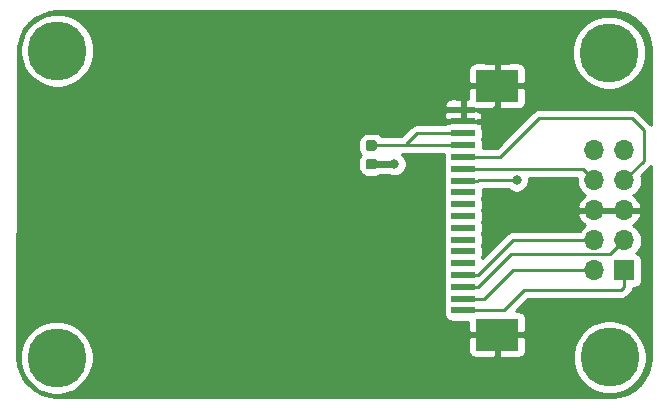
<source format=gbr>
G04 #@! TF.GenerationSoftware,KiCad,Pcbnew,(5.1.4)-1*
G04 #@! TF.CreationDate,2021-10-09T11:26:26+08:00*
G04 #@! TF.ProjectId,ConnectInterface,436f6e6e-6563-4744-996e-746572666163,rev?*
G04 #@! TF.SameCoordinates,Original*
G04 #@! TF.FileFunction,Copper,L1,Top*
G04 #@! TF.FilePolarity,Positive*
%FSLAX46Y46*%
G04 Gerber Fmt 4.6, Leading zero omitted, Abs format (unit mm)*
G04 Created by KiCad (PCBNEW (5.1.4)-1) date 2021-10-09 11:26:26*
%MOMM*%
%LPD*%
G04 APERTURE LIST*
%ADD10C,5.000000*%
%ADD11R,1.700000X1.700000*%
%ADD12O,1.700000X1.700000*%
%ADD13R,2.000000X0.610000*%
%ADD14R,3.600000X2.680000*%
%ADD15C,0.100000*%
%ADD16C,0.875000*%
%ADD17C,0.800000*%
%ADD18C,0.250000*%
%ADD19C,0.600000*%
%ADD20C,0.254000*%
G04 APERTURE END LIST*
D10*
X132576288Y-56166680D03*
X132523394Y-82166680D03*
X179344320Y-82120740D03*
X179289428Y-56331780D03*
D11*
X180586380Y-74769980D03*
D12*
X178046380Y-74769980D03*
X180586380Y-72229980D03*
X178046380Y-72229980D03*
X180586380Y-69689980D03*
X178046380Y-69689980D03*
X180586380Y-67149980D03*
X178046380Y-67149980D03*
X180586380Y-64609980D03*
X178046380Y-64609980D03*
D13*
X166957600Y-65164580D03*
X166957600Y-77164580D03*
X166957600Y-67164580D03*
X166957600Y-75164580D03*
X166957600Y-63164580D03*
X166957600Y-74164580D03*
D14*
X169816780Y-80208120D03*
D13*
X166957600Y-68164580D03*
X166957600Y-72164580D03*
X166957600Y-64164580D03*
D14*
X169819320Y-59151520D03*
D13*
X166957600Y-70164580D03*
X166957600Y-76164580D03*
X166957600Y-69164580D03*
X166957600Y-66164580D03*
X166957600Y-71164580D03*
X166957600Y-62164580D03*
X166957600Y-73164580D03*
X166957600Y-78164580D03*
X166957600Y-61164580D03*
D15*
G36*
X159441711Y-63756873D02*
G01*
X159462946Y-63760023D01*
X159483770Y-63765239D01*
X159503982Y-63772471D01*
X159523388Y-63781650D01*
X159541801Y-63792686D01*
X159559044Y-63805474D01*
X159574950Y-63819890D01*
X159589366Y-63835796D01*
X159602154Y-63853039D01*
X159613190Y-63871452D01*
X159622369Y-63890858D01*
X159629601Y-63911070D01*
X159634817Y-63931894D01*
X159637967Y-63953129D01*
X159639020Y-63974570D01*
X159639020Y-64412070D01*
X159637967Y-64433511D01*
X159634817Y-64454746D01*
X159629601Y-64475570D01*
X159622369Y-64495782D01*
X159613190Y-64515188D01*
X159602154Y-64533601D01*
X159589366Y-64550844D01*
X159574950Y-64566750D01*
X159559044Y-64581166D01*
X159541801Y-64593954D01*
X159523388Y-64604990D01*
X159503982Y-64614169D01*
X159483770Y-64621401D01*
X159462946Y-64626617D01*
X159441711Y-64629767D01*
X159420270Y-64630820D01*
X158907770Y-64630820D01*
X158886329Y-64629767D01*
X158865094Y-64626617D01*
X158844270Y-64621401D01*
X158824058Y-64614169D01*
X158804652Y-64604990D01*
X158786239Y-64593954D01*
X158768996Y-64581166D01*
X158753090Y-64566750D01*
X158738674Y-64550844D01*
X158725886Y-64533601D01*
X158714850Y-64515188D01*
X158705671Y-64495782D01*
X158698439Y-64475570D01*
X158693223Y-64454746D01*
X158690073Y-64433511D01*
X158689020Y-64412070D01*
X158689020Y-63974570D01*
X158690073Y-63953129D01*
X158693223Y-63931894D01*
X158698439Y-63911070D01*
X158705671Y-63890858D01*
X158714850Y-63871452D01*
X158725886Y-63853039D01*
X158738674Y-63835796D01*
X158753090Y-63819890D01*
X158768996Y-63805474D01*
X158786239Y-63792686D01*
X158804652Y-63781650D01*
X158824058Y-63772471D01*
X158844270Y-63765239D01*
X158865094Y-63760023D01*
X158886329Y-63756873D01*
X158907770Y-63755820D01*
X159420270Y-63755820D01*
X159441711Y-63756873D01*
X159441711Y-63756873D01*
G37*
D16*
X159164020Y-64193320D03*
D15*
G36*
X159441711Y-65331873D02*
G01*
X159462946Y-65335023D01*
X159483770Y-65340239D01*
X159503982Y-65347471D01*
X159523388Y-65356650D01*
X159541801Y-65367686D01*
X159559044Y-65380474D01*
X159574950Y-65394890D01*
X159589366Y-65410796D01*
X159602154Y-65428039D01*
X159613190Y-65446452D01*
X159622369Y-65465858D01*
X159629601Y-65486070D01*
X159634817Y-65506894D01*
X159637967Y-65528129D01*
X159639020Y-65549570D01*
X159639020Y-65987070D01*
X159637967Y-66008511D01*
X159634817Y-66029746D01*
X159629601Y-66050570D01*
X159622369Y-66070782D01*
X159613190Y-66090188D01*
X159602154Y-66108601D01*
X159589366Y-66125844D01*
X159574950Y-66141750D01*
X159559044Y-66156166D01*
X159541801Y-66168954D01*
X159523388Y-66179990D01*
X159503982Y-66189169D01*
X159483770Y-66196401D01*
X159462946Y-66201617D01*
X159441711Y-66204767D01*
X159420270Y-66205820D01*
X158907770Y-66205820D01*
X158886329Y-66204767D01*
X158865094Y-66201617D01*
X158844270Y-66196401D01*
X158824058Y-66189169D01*
X158804652Y-66179990D01*
X158786239Y-66168954D01*
X158768996Y-66156166D01*
X158753090Y-66141750D01*
X158738674Y-66125844D01*
X158725886Y-66108601D01*
X158714850Y-66090188D01*
X158705671Y-66070782D01*
X158698439Y-66050570D01*
X158693223Y-66029746D01*
X158690073Y-66008511D01*
X158689020Y-65987070D01*
X158689020Y-65549570D01*
X158690073Y-65528129D01*
X158693223Y-65506894D01*
X158698439Y-65486070D01*
X158705671Y-65465858D01*
X158714850Y-65446452D01*
X158725886Y-65428039D01*
X158738674Y-65410796D01*
X158753090Y-65394890D01*
X158768996Y-65380474D01*
X158786239Y-65367686D01*
X158804652Y-65356650D01*
X158824058Y-65347471D01*
X158844270Y-65340239D01*
X158865094Y-65335023D01*
X158886329Y-65331873D01*
X158907770Y-65330820D01*
X159420270Y-65330820D01*
X159441711Y-65331873D01*
X159441711Y-65331873D01*
G37*
D16*
X159164020Y-65768320D03*
D17*
X171480480Y-67162680D03*
X161119820Y-65768220D03*
D18*
X166928860Y-64193320D02*
X166957600Y-64164580D01*
X166957600Y-63164580D02*
X163042460Y-63164580D01*
X162138260Y-64068780D02*
X162138260Y-64193320D01*
X163042460Y-63164580D02*
X162138260Y-64068780D01*
X159164020Y-64193320D02*
X162138260Y-64193320D01*
X162138260Y-64193320D02*
X166928860Y-64193320D01*
X166957600Y-78164580D02*
X170379500Y-78164580D01*
X170379500Y-78164580D02*
X172120560Y-76423520D01*
X172120560Y-76423520D02*
X180350160Y-76423520D01*
X180586380Y-76187300D02*
X180586380Y-74769980D01*
X180350160Y-76423520D02*
X180586380Y-76187300D01*
X166957600Y-77164580D02*
X168745520Y-77164580D01*
X171140120Y-74769980D02*
X178046380Y-74769980D01*
X168745520Y-77164580D02*
X171140120Y-74769980D01*
X179411379Y-73404981D02*
X180586380Y-72229980D01*
X170967199Y-73404981D02*
X179411379Y-73404981D01*
X166957600Y-76164580D02*
X168207600Y-76164580D01*
X168207600Y-76164580D02*
X170967199Y-73404981D01*
X168207600Y-75164580D02*
X171152360Y-72219820D01*
X166957600Y-75164580D02*
X168207600Y-75164580D01*
X171162520Y-72229980D02*
X178046380Y-72229980D01*
X171152360Y-72219820D02*
X171162520Y-72229980D01*
X168207600Y-62164580D02*
X168294580Y-62077600D01*
X166957600Y-62164580D02*
X168207600Y-62164580D01*
X169819320Y-60741520D02*
X169819320Y-59151520D01*
X168294580Y-62077600D02*
X168483240Y-62077600D01*
X168414480Y-61371460D02*
X169189380Y-61371460D01*
X168207600Y-61164580D02*
X168414480Y-61371460D01*
X166957600Y-61164580D02*
X168207600Y-61164580D01*
X168483240Y-62077600D02*
X169189380Y-61371460D01*
X169189380Y-61371460D02*
X169819320Y-60741520D01*
X166957600Y-65164580D02*
X170090220Y-65164580D01*
X170090220Y-65164580D02*
X173362620Y-61892180D01*
X173362620Y-61892180D02*
X181221380Y-61892180D01*
X181221380Y-61892180D02*
X182252620Y-62923420D01*
X182252620Y-65483740D02*
X180586380Y-67149980D01*
X182252620Y-62923420D02*
X182252620Y-65483740D01*
X177060980Y-66164580D02*
X178046380Y-67149980D01*
X166957600Y-66164580D02*
X177060980Y-66164580D01*
X168209500Y-67162680D02*
X171480480Y-67162680D01*
X166957600Y-67164580D02*
X168207600Y-67164580D01*
X168207600Y-67164580D02*
X168209500Y-67162680D01*
D19*
X159164120Y-65768220D02*
X159164020Y-65768320D01*
X161119820Y-65768220D02*
X159164120Y-65768220D01*
D20*
G36*
X180203322Y-52912819D02*
G01*
X180820420Y-53096991D01*
X181389999Y-53397522D01*
X181890352Y-53802955D01*
X182302428Y-54297855D01*
X182610531Y-54863371D01*
X182802923Y-55477961D01*
X182875696Y-56149776D01*
X182866478Y-62473414D01*
X182816419Y-62412417D01*
X182792621Y-62383419D01*
X182763624Y-62359622D01*
X181785184Y-61381182D01*
X181761381Y-61352179D01*
X181645656Y-61257206D01*
X181513627Y-61186634D01*
X181370366Y-61143177D01*
X181258713Y-61132180D01*
X181258702Y-61132180D01*
X181221380Y-61128504D01*
X181184058Y-61132180D01*
X173399942Y-61132180D01*
X173362619Y-61128504D01*
X173325296Y-61132180D01*
X173325287Y-61132180D01*
X173213634Y-61143177D01*
X173070373Y-61186634D01*
X172938344Y-61257206D01*
X172938342Y-61257207D01*
X172938343Y-61257207D01*
X172851616Y-61328381D01*
X172851612Y-61328385D01*
X172822619Y-61352179D01*
X172798825Y-61381172D01*
X169775419Y-64404580D01*
X168595672Y-64404580D01*
X168595672Y-63859580D01*
X168583412Y-63735098D01*
X168562021Y-63664580D01*
X168583412Y-63594062D01*
X168595672Y-63469580D01*
X168595672Y-62859580D01*
X168583412Y-62735098D01*
X168562021Y-62664580D01*
X168583412Y-62594062D01*
X168595672Y-62469580D01*
X168592600Y-62450330D01*
X168433850Y-62291580D01*
X168242007Y-62291580D01*
X168201780Y-62270078D01*
X168082082Y-62233768D01*
X167957600Y-62221508D01*
X165957600Y-62221508D01*
X165833118Y-62233768D01*
X165713420Y-62270078D01*
X165673193Y-62291580D01*
X165481350Y-62291580D01*
X165368350Y-62404580D01*
X163079783Y-62404580D01*
X163042460Y-62400904D01*
X163005137Y-62404580D01*
X163005127Y-62404580D01*
X162893474Y-62415577D01*
X162778907Y-62450330D01*
X162750213Y-62459034D01*
X162618183Y-62529606D01*
X162539644Y-62594062D01*
X162502459Y-62624579D01*
X162478661Y-62653577D01*
X161698919Y-63433320D01*
X160079163Y-63433320D01*
X160026135Y-63368705D01*
X159896295Y-63262149D01*
X159748162Y-63182970D01*
X159587428Y-63134212D01*
X159420270Y-63117748D01*
X158907770Y-63117748D01*
X158740612Y-63134212D01*
X158579878Y-63182970D01*
X158431745Y-63262149D01*
X158301905Y-63368705D01*
X158195349Y-63498545D01*
X158116170Y-63646678D01*
X158067412Y-63807412D01*
X158050948Y-63974570D01*
X158050948Y-64412070D01*
X158067412Y-64579228D01*
X158116170Y-64739962D01*
X158195349Y-64888095D01*
X158271446Y-64980820D01*
X158195349Y-65073545D01*
X158116170Y-65221678D01*
X158067412Y-65382412D01*
X158050948Y-65549570D01*
X158050948Y-65987070D01*
X158067412Y-66154228D01*
X158116170Y-66314962D01*
X158195349Y-66463095D01*
X158301905Y-66592935D01*
X158431745Y-66699491D01*
X158579878Y-66778670D01*
X158740612Y-66827428D01*
X158907770Y-66843892D01*
X159420270Y-66843892D01*
X159587428Y-66827428D01*
X159748162Y-66778670D01*
X159889319Y-66703220D01*
X160672525Y-66703220D01*
X160817922Y-66763446D01*
X161017881Y-66803220D01*
X161221759Y-66803220D01*
X161421718Y-66763446D01*
X161610076Y-66685425D01*
X161779594Y-66572157D01*
X161923757Y-66427994D01*
X162037025Y-66258476D01*
X162115046Y-66070118D01*
X162154820Y-65870159D01*
X162154820Y-65666281D01*
X162115046Y-65466322D01*
X162037025Y-65277964D01*
X161923757Y-65108446D01*
X161779594Y-64964283D01*
X161763187Y-64953320D01*
X162100927Y-64953320D01*
X162138260Y-64956997D01*
X162175593Y-64953320D01*
X165319528Y-64953320D01*
X165319528Y-65469580D01*
X165331788Y-65594062D01*
X165353179Y-65664580D01*
X165331788Y-65735098D01*
X165319528Y-65859580D01*
X165319528Y-66469580D01*
X165331788Y-66594062D01*
X165353179Y-66664580D01*
X165331788Y-66735098D01*
X165319528Y-66859580D01*
X165319528Y-67469580D01*
X165331788Y-67594062D01*
X165353179Y-67664580D01*
X165331788Y-67735098D01*
X165319528Y-67859580D01*
X165319528Y-68469580D01*
X165331788Y-68594062D01*
X165353179Y-68664580D01*
X165331788Y-68735098D01*
X165319528Y-68859580D01*
X165319528Y-69469580D01*
X165331788Y-69594062D01*
X165353179Y-69664580D01*
X165331788Y-69735098D01*
X165319528Y-69859580D01*
X165319528Y-70469580D01*
X165331788Y-70594062D01*
X165353179Y-70664580D01*
X165331788Y-70735098D01*
X165319528Y-70859580D01*
X165319528Y-71469580D01*
X165331788Y-71594062D01*
X165353179Y-71664580D01*
X165331788Y-71735098D01*
X165319528Y-71859580D01*
X165319528Y-72469580D01*
X165331788Y-72594062D01*
X165353179Y-72664580D01*
X165331788Y-72735098D01*
X165319528Y-72859580D01*
X165319528Y-73469580D01*
X165331788Y-73594062D01*
X165353179Y-73664580D01*
X165331788Y-73735098D01*
X165319528Y-73859580D01*
X165319528Y-74469580D01*
X165331788Y-74594062D01*
X165353179Y-74664580D01*
X165331788Y-74735098D01*
X165319528Y-74859580D01*
X165319528Y-75469580D01*
X165331788Y-75594062D01*
X165353179Y-75664580D01*
X165331788Y-75735098D01*
X165319528Y-75859580D01*
X165319528Y-76469580D01*
X165331788Y-76594062D01*
X165353179Y-76664580D01*
X165331788Y-76735098D01*
X165319528Y-76859580D01*
X165319528Y-77469580D01*
X165331788Y-77594062D01*
X165353179Y-77664580D01*
X165331788Y-77735098D01*
X165319528Y-77859580D01*
X165319528Y-78469580D01*
X165331788Y-78594062D01*
X165368098Y-78713760D01*
X165427063Y-78824074D01*
X165506415Y-78920765D01*
X165603106Y-79000117D01*
X165713420Y-79059082D01*
X165833118Y-79095392D01*
X165957600Y-79107652D01*
X167379406Y-79107652D01*
X167381780Y-79922370D01*
X167540530Y-80081120D01*
X169689780Y-80081120D01*
X169689780Y-80061120D01*
X169943780Y-80061120D01*
X169943780Y-80081120D01*
X172093030Y-80081120D01*
X172251780Y-79922370D01*
X172254852Y-78868120D01*
X172242592Y-78743638D01*
X172206282Y-78623940D01*
X172147317Y-78513626D01*
X172067965Y-78416935D01*
X171971274Y-78337583D01*
X171860960Y-78278618D01*
X171741262Y-78242308D01*
X171616780Y-78230048D01*
X171388370Y-78230511D01*
X172435362Y-77183520D01*
X180312838Y-77183520D01*
X180350160Y-77187196D01*
X180387482Y-77183520D01*
X180387493Y-77183520D01*
X180499146Y-77172523D01*
X180642407Y-77129066D01*
X180774436Y-77058494D01*
X180890161Y-76963521D01*
X180913964Y-76934517D01*
X181097378Y-76751103D01*
X181126381Y-76727301D01*
X181221354Y-76611576D01*
X181291926Y-76479547D01*
X181335383Y-76336286D01*
X181343088Y-76258052D01*
X181436380Y-76258052D01*
X181560862Y-76245792D01*
X181680560Y-76209482D01*
X181790874Y-76150517D01*
X181887565Y-76071165D01*
X181966917Y-75974474D01*
X182025882Y-75864160D01*
X182062192Y-75744462D01*
X182074452Y-75619980D01*
X182074452Y-73919980D01*
X182062192Y-73795498D01*
X182025882Y-73675800D01*
X181966917Y-73565486D01*
X181887565Y-73468795D01*
X181790874Y-73389443D01*
X181680560Y-73330478D01*
X181611693Y-73309587D01*
X181641514Y-73285114D01*
X181827086Y-73058994D01*
X181964979Y-72801014D01*
X182049893Y-72521091D01*
X182078565Y-72229980D01*
X182049893Y-71938869D01*
X181964979Y-71658946D01*
X181827086Y-71400966D01*
X181641514Y-71174846D01*
X181415394Y-70989274D01*
X181350857Y-70954779D01*
X181467735Y-70885158D01*
X181683968Y-70690249D01*
X181858021Y-70456900D01*
X181983205Y-70194079D01*
X182027856Y-70046870D01*
X181906535Y-69816980D01*
X180713380Y-69816980D01*
X180713380Y-69836980D01*
X180459380Y-69836980D01*
X180459380Y-69816980D01*
X178173380Y-69816980D01*
X178173380Y-69836980D01*
X177919380Y-69836980D01*
X177919380Y-69816980D01*
X176726225Y-69816980D01*
X176604904Y-70046870D01*
X176649555Y-70194079D01*
X176774739Y-70456900D01*
X176948792Y-70690249D01*
X177165025Y-70885158D01*
X177281903Y-70954779D01*
X177217366Y-70989274D01*
X176991246Y-71174846D01*
X176805674Y-71400966D01*
X176768785Y-71469980D01*
X171292848Y-71469980D01*
X171152360Y-71456143D01*
X171003374Y-71470817D01*
X170860113Y-71514274D01*
X170728084Y-71584846D01*
X170612359Y-71679819D01*
X170588561Y-71708817D01*
X168578494Y-73718885D01*
X168562021Y-73664580D01*
X168583412Y-73594062D01*
X168595672Y-73469580D01*
X168595672Y-72859580D01*
X168583412Y-72735098D01*
X168562021Y-72664580D01*
X168583412Y-72594062D01*
X168595672Y-72469580D01*
X168595672Y-71859580D01*
X168583412Y-71735098D01*
X168562021Y-71664580D01*
X168583412Y-71594062D01*
X168595672Y-71469580D01*
X168595672Y-70859580D01*
X168583412Y-70735098D01*
X168562021Y-70664580D01*
X168583412Y-70594062D01*
X168595672Y-70469580D01*
X168595672Y-69859580D01*
X168583412Y-69735098D01*
X168562021Y-69664580D01*
X168583412Y-69594062D01*
X168595672Y-69469580D01*
X168595672Y-68859580D01*
X168583412Y-68735098D01*
X168562021Y-68664580D01*
X168583412Y-68594062D01*
X168595672Y-68469580D01*
X168595672Y-67922680D01*
X170776769Y-67922680D01*
X170820706Y-67966617D01*
X170990224Y-68079885D01*
X171178582Y-68157906D01*
X171378541Y-68197680D01*
X171582419Y-68197680D01*
X171782378Y-68157906D01*
X171970736Y-68079885D01*
X172140254Y-67966617D01*
X172284417Y-67822454D01*
X172397685Y-67652936D01*
X172475706Y-67464578D01*
X172515480Y-67264619D01*
X172515480Y-67060741D01*
X172488396Y-66924580D01*
X176576395Y-66924580D01*
X176554195Y-67149980D01*
X176582867Y-67441091D01*
X176667781Y-67721014D01*
X176805674Y-67978994D01*
X176991246Y-68205114D01*
X177217366Y-68390686D01*
X177281903Y-68425181D01*
X177165025Y-68494802D01*
X176948792Y-68689711D01*
X176774739Y-68923060D01*
X176649555Y-69185881D01*
X176604904Y-69333090D01*
X176726225Y-69562980D01*
X177919380Y-69562980D01*
X177919380Y-69542980D01*
X178173380Y-69542980D01*
X178173380Y-69562980D01*
X180459380Y-69562980D01*
X180459380Y-69542980D01*
X180713380Y-69542980D01*
X180713380Y-69562980D01*
X181906535Y-69562980D01*
X182027856Y-69333090D01*
X181983205Y-69185881D01*
X181858021Y-68923060D01*
X181683968Y-68689711D01*
X181467735Y-68494802D01*
X181350857Y-68425181D01*
X181415394Y-68390686D01*
X181641514Y-68205114D01*
X181827086Y-67978994D01*
X181964979Y-67721014D01*
X182049893Y-67441091D01*
X182078565Y-67149980D01*
X182049893Y-66858869D01*
X182027177Y-66783985D01*
X182763623Y-66047539D01*
X182792621Y-66023741D01*
X182861425Y-65939903D01*
X182837840Y-82120647D01*
X182773707Y-82796870D01*
X182589534Y-83413970D01*
X182289007Y-83983544D01*
X181883570Y-84483900D01*
X181388669Y-84895978D01*
X180823155Y-85204079D01*
X180208565Y-85396471D01*
X179536586Y-85469262D01*
X132581407Y-85476394D01*
X131901568Y-85412344D01*
X131280592Y-85227434D01*
X130707355Y-84925429D01*
X130203698Y-84517835D01*
X129788798Y-84020171D01*
X129478468Y-83451407D01*
X129284518Y-82833187D01*
X129209051Y-82140504D01*
X129209591Y-81857909D01*
X129388394Y-81857909D01*
X129388394Y-82475451D01*
X129508870Y-83081126D01*
X129745193Y-83651659D01*
X130088280Y-84165126D01*
X130524948Y-84601794D01*
X131038415Y-84944881D01*
X131608948Y-85181204D01*
X132214623Y-85301680D01*
X132832165Y-85301680D01*
X133437840Y-85181204D01*
X134008373Y-84944881D01*
X134521840Y-84601794D01*
X134958508Y-84165126D01*
X135301595Y-83651659D01*
X135537918Y-83081126D01*
X135658394Y-82475451D01*
X135658394Y-81857909D01*
X135596774Y-81548120D01*
X167378708Y-81548120D01*
X167390968Y-81672602D01*
X167427278Y-81792300D01*
X167486243Y-81902614D01*
X167565595Y-81999305D01*
X167662286Y-82078657D01*
X167772600Y-82137622D01*
X167892298Y-82173932D01*
X168016780Y-82186192D01*
X169531030Y-82183120D01*
X169689780Y-82024370D01*
X169689780Y-80335120D01*
X169943780Y-80335120D01*
X169943780Y-82024370D01*
X170102530Y-82183120D01*
X171616780Y-82186192D01*
X171741262Y-82173932D01*
X171860960Y-82137622D01*
X171971274Y-82078657D01*
X172067965Y-81999305D01*
X172147317Y-81902614D01*
X172195768Y-81811969D01*
X176209320Y-81811969D01*
X176209320Y-82429511D01*
X176329796Y-83035186D01*
X176566119Y-83605719D01*
X176909206Y-84119186D01*
X177345874Y-84555854D01*
X177859341Y-84898941D01*
X178429874Y-85135264D01*
X179035549Y-85255740D01*
X179653091Y-85255740D01*
X180258766Y-85135264D01*
X180829299Y-84898941D01*
X181342766Y-84555854D01*
X181779434Y-84119186D01*
X182122521Y-83605719D01*
X182358844Y-83035186D01*
X182479320Y-82429511D01*
X182479320Y-81811969D01*
X182358844Y-81206294D01*
X182122521Y-80635761D01*
X181779434Y-80122294D01*
X181342766Y-79685626D01*
X180829299Y-79342539D01*
X180258766Y-79106216D01*
X179653091Y-78985740D01*
X179035549Y-78985740D01*
X178429874Y-79106216D01*
X177859341Y-79342539D01*
X177345874Y-79685626D01*
X176909206Y-80122294D01*
X176566119Y-80635761D01*
X176329796Y-81206294D01*
X176209320Y-81811969D01*
X172195768Y-81811969D01*
X172206282Y-81792300D01*
X172242592Y-81672602D01*
X172254852Y-81548120D01*
X172251780Y-80493870D01*
X172093030Y-80335120D01*
X169943780Y-80335120D01*
X169689780Y-80335120D01*
X167540530Y-80335120D01*
X167381780Y-80493870D01*
X167378708Y-81548120D01*
X135596774Y-81548120D01*
X135537918Y-81252234D01*
X135301595Y-80681701D01*
X134958508Y-80168234D01*
X134521840Y-79731566D01*
X134008373Y-79388479D01*
X133437840Y-79152156D01*
X132832165Y-79031680D01*
X132214623Y-79031680D01*
X131608948Y-79152156D01*
X131038415Y-79388479D01*
X130524948Y-79731566D01*
X130088280Y-80168234D01*
X129745193Y-80681701D01*
X129508870Y-81252234D01*
X129388394Y-81857909D01*
X129209591Y-81857909D01*
X129248599Y-61469580D01*
X165319528Y-61469580D01*
X165331788Y-61594062D01*
X165353179Y-61664580D01*
X165331788Y-61735098D01*
X165319528Y-61859580D01*
X165322600Y-61878830D01*
X165481350Y-62037580D01*
X165673193Y-62037580D01*
X165713420Y-62059082D01*
X165833118Y-62095392D01*
X165957600Y-62107652D01*
X166671850Y-62104580D01*
X166738850Y-62037580D01*
X166830600Y-62037580D01*
X166830600Y-61291580D01*
X167084600Y-61291580D01*
X167084600Y-62037580D01*
X167176350Y-62037580D01*
X167243350Y-62104580D01*
X167957600Y-62107652D01*
X168082082Y-62095392D01*
X168201780Y-62059082D01*
X168242007Y-62037580D01*
X168433850Y-62037580D01*
X168592600Y-61878830D01*
X168595672Y-61859580D01*
X168583412Y-61735098D01*
X168562021Y-61664580D01*
X168583412Y-61594062D01*
X168595672Y-61469580D01*
X168592600Y-61450330D01*
X168433850Y-61291580D01*
X168242007Y-61291580D01*
X168201780Y-61270078D01*
X168082082Y-61233768D01*
X167957600Y-61221508D01*
X167243350Y-61224580D01*
X167176350Y-61291580D01*
X167084600Y-61291580D01*
X166830600Y-61291580D01*
X166738850Y-61291580D01*
X166671850Y-61224580D01*
X165957600Y-61221508D01*
X165833118Y-61233768D01*
X165713420Y-61270078D01*
X165673193Y-61291580D01*
X165481350Y-61291580D01*
X165322600Y-61450330D01*
X165319528Y-61469580D01*
X129248599Y-61469580D01*
X129249766Y-60859580D01*
X165319528Y-60859580D01*
X165322600Y-60878830D01*
X165481350Y-61037580D01*
X166830600Y-61037580D01*
X166830600Y-60383330D01*
X167084600Y-60383330D01*
X167084600Y-61037580D01*
X167693867Y-61037580D01*
X167775140Y-61081022D01*
X167894838Y-61117332D01*
X168019320Y-61129592D01*
X169533570Y-61126520D01*
X169692320Y-60967770D01*
X169692320Y-59278520D01*
X169946320Y-59278520D01*
X169946320Y-60967770D01*
X170105070Y-61126520D01*
X171619320Y-61129592D01*
X171743802Y-61117332D01*
X171863500Y-61081022D01*
X171973814Y-61022057D01*
X172070505Y-60942705D01*
X172149857Y-60846014D01*
X172208822Y-60735700D01*
X172245132Y-60616002D01*
X172257392Y-60491520D01*
X172254320Y-59437270D01*
X172095570Y-59278520D01*
X169946320Y-59278520D01*
X169692320Y-59278520D01*
X167543070Y-59278520D01*
X167384320Y-59437270D01*
X167382028Y-60223984D01*
X167243350Y-60224580D01*
X167084600Y-60383330D01*
X166830600Y-60383330D01*
X166671850Y-60224580D01*
X165957600Y-60221508D01*
X165833118Y-60233768D01*
X165713420Y-60270078D01*
X165603106Y-60329043D01*
X165506415Y-60408395D01*
X165427063Y-60505086D01*
X165368098Y-60615400D01*
X165331788Y-60735098D01*
X165319528Y-60859580D01*
X129249766Y-60859580D01*
X129258686Y-56197704D01*
X129290911Y-55857909D01*
X129441288Y-55857909D01*
X129441288Y-56475451D01*
X129561764Y-57081126D01*
X129798087Y-57651659D01*
X130141174Y-58165126D01*
X130577842Y-58601794D01*
X131091309Y-58944881D01*
X131661842Y-59181204D01*
X132267517Y-59301680D01*
X132885059Y-59301680D01*
X133490734Y-59181204D01*
X134061267Y-58944881D01*
X134574734Y-58601794D01*
X135011402Y-58165126D01*
X135247673Y-57811520D01*
X167381248Y-57811520D01*
X167384320Y-58865770D01*
X167543070Y-59024520D01*
X169692320Y-59024520D01*
X169692320Y-57335270D01*
X169946320Y-57335270D01*
X169946320Y-59024520D01*
X172095570Y-59024520D01*
X172254320Y-58865770D01*
X172257392Y-57811520D01*
X172245132Y-57687038D01*
X172208822Y-57567340D01*
X172149857Y-57457026D01*
X172070505Y-57360335D01*
X171973814Y-57280983D01*
X171863500Y-57222018D01*
X171743802Y-57185708D01*
X171619320Y-57173448D01*
X170105070Y-57176520D01*
X169946320Y-57335270D01*
X169692320Y-57335270D01*
X169533570Y-57176520D01*
X168019320Y-57173448D01*
X167894838Y-57185708D01*
X167775140Y-57222018D01*
X167664826Y-57280983D01*
X167568135Y-57360335D01*
X167488783Y-57457026D01*
X167429818Y-57567340D01*
X167393508Y-57687038D01*
X167381248Y-57811520D01*
X135247673Y-57811520D01*
X135354489Y-57651659D01*
X135590812Y-57081126D01*
X135711288Y-56475451D01*
X135711288Y-56023009D01*
X176154428Y-56023009D01*
X176154428Y-56640551D01*
X176274904Y-57246226D01*
X176511227Y-57816759D01*
X176854314Y-58330226D01*
X177290982Y-58766894D01*
X177804449Y-59109981D01*
X178374982Y-59346304D01*
X178980657Y-59466780D01*
X179598199Y-59466780D01*
X180203874Y-59346304D01*
X180774407Y-59109981D01*
X181287874Y-58766894D01*
X181724542Y-58330226D01*
X182067629Y-57816759D01*
X182303952Y-57246226D01*
X182424428Y-56640551D01*
X182424428Y-56023009D01*
X182303952Y-55417334D01*
X182067629Y-54846801D01*
X181724542Y-54333334D01*
X181287874Y-53896666D01*
X180774407Y-53553579D01*
X180203874Y-53317256D01*
X179598199Y-53196780D01*
X178980657Y-53196780D01*
X178374982Y-53317256D01*
X177804449Y-53553579D01*
X177290982Y-53896666D01*
X176854314Y-54333334D01*
X176511227Y-54846801D01*
X176274904Y-55417334D01*
X176154428Y-56023009D01*
X135711288Y-56023009D01*
X135711288Y-55857909D01*
X135590812Y-55252234D01*
X135354489Y-54681701D01*
X135011402Y-54168234D01*
X134574734Y-53731566D01*
X134061267Y-53388479D01*
X133490734Y-53152156D01*
X132885059Y-53031680D01*
X132267517Y-53031680D01*
X131661842Y-53152156D01*
X131091309Y-53388479D01*
X130577842Y-53731566D01*
X130141174Y-54168234D01*
X129798087Y-54681701D01*
X129561764Y-55252234D01*
X129441288Y-55857909D01*
X129290911Y-55857909D01*
X129322833Y-55521328D01*
X129507005Y-54904230D01*
X129807536Y-54334651D01*
X130212969Y-53834298D01*
X130707869Y-53422222D01*
X131273385Y-53114119D01*
X131887975Y-52921727D01*
X132559941Y-52848938D01*
X179527594Y-52848733D01*
X180203322Y-52912819D01*
X180203322Y-52912819D01*
G37*
X180203322Y-52912819D02*
X180820420Y-53096991D01*
X181389999Y-53397522D01*
X181890352Y-53802955D01*
X182302428Y-54297855D01*
X182610531Y-54863371D01*
X182802923Y-55477961D01*
X182875696Y-56149776D01*
X182866478Y-62473414D01*
X182816419Y-62412417D01*
X182792621Y-62383419D01*
X182763624Y-62359622D01*
X181785184Y-61381182D01*
X181761381Y-61352179D01*
X181645656Y-61257206D01*
X181513627Y-61186634D01*
X181370366Y-61143177D01*
X181258713Y-61132180D01*
X181258702Y-61132180D01*
X181221380Y-61128504D01*
X181184058Y-61132180D01*
X173399942Y-61132180D01*
X173362619Y-61128504D01*
X173325296Y-61132180D01*
X173325287Y-61132180D01*
X173213634Y-61143177D01*
X173070373Y-61186634D01*
X172938344Y-61257206D01*
X172938342Y-61257207D01*
X172938343Y-61257207D01*
X172851616Y-61328381D01*
X172851612Y-61328385D01*
X172822619Y-61352179D01*
X172798825Y-61381172D01*
X169775419Y-64404580D01*
X168595672Y-64404580D01*
X168595672Y-63859580D01*
X168583412Y-63735098D01*
X168562021Y-63664580D01*
X168583412Y-63594062D01*
X168595672Y-63469580D01*
X168595672Y-62859580D01*
X168583412Y-62735098D01*
X168562021Y-62664580D01*
X168583412Y-62594062D01*
X168595672Y-62469580D01*
X168592600Y-62450330D01*
X168433850Y-62291580D01*
X168242007Y-62291580D01*
X168201780Y-62270078D01*
X168082082Y-62233768D01*
X167957600Y-62221508D01*
X165957600Y-62221508D01*
X165833118Y-62233768D01*
X165713420Y-62270078D01*
X165673193Y-62291580D01*
X165481350Y-62291580D01*
X165368350Y-62404580D01*
X163079783Y-62404580D01*
X163042460Y-62400904D01*
X163005137Y-62404580D01*
X163005127Y-62404580D01*
X162893474Y-62415577D01*
X162778907Y-62450330D01*
X162750213Y-62459034D01*
X162618183Y-62529606D01*
X162539644Y-62594062D01*
X162502459Y-62624579D01*
X162478661Y-62653577D01*
X161698919Y-63433320D01*
X160079163Y-63433320D01*
X160026135Y-63368705D01*
X159896295Y-63262149D01*
X159748162Y-63182970D01*
X159587428Y-63134212D01*
X159420270Y-63117748D01*
X158907770Y-63117748D01*
X158740612Y-63134212D01*
X158579878Y-63182970D01*
X158431745Y-63262149D01*
X158301905Y-63368705D01*
X158195349Y-63498545D01*
X158116170Y-63646678D01*
X158067412Y-63807412D01*
X158050948Y-63974570D01*
X158050948Y-64412070D01*
X158067412Y-64579228D01*
X158116170Y-64739962D01*
X158195349Y-64888095D01*
X158271446Y-64980820D01*
X158195349Y-65073545D01*
X158116170Y-65221678D01*
X158067412Y-65382412D01*
X158050948Y-65549570D01*
X158050948Y-65987070D01*
X158067412Y-66154228D01*
X158116170Y-66314962D01*
X158195349Y-66463095D01*
X158301905Y-66592935D01*
X158431745Y-66699491D01*
X158579878Y-66778670D01*
X158740612Y-66827428D01*
X158907770Y-66843892D01*
X159420270Y-66843892D01*
X159587428Y-66827428D01*
X159748162Y-66778670D01*
X159889319Y-66703220D01*
X160672525Y-66703220D01*
X160817922Y-66763446D01*
X161017881Y-66803220D01*
X161221759Y-66803220D01*
X161421718Y-66763446D01*
X161610076Y-66685425D01*
X161779594Y-66572157D01*
X161923757Y-66427994D01*
X162037025Y-66258476D01*
X162115046Y-66070118D01*
X162154820Y-65870159D01*
X162154820Y-65666281D01*
X162115046Y-65466322D01*
X162037025Y-65277964D01*
X161923757Y-65108446D01*
X161779594Y-64964283D01*
X161763187Y-64953320D01*
X162100927Y-64953320D01*
X162138260Y-64956997D01*
X162175593Y-64953320D01*
X165319528Y-64953320D01*
X165319528Y-65469580D01*
X165331788Y-65594062D01*
X165353179Y-65664580D01*
X165331788Y-65735098D01*
X165319528Y-65859580D01*
X165319528Y-66469580D01*
X165331788Y-66594062D01*
X165353179Y-66664580D01*
X165331788Y-66735098D01*
X165319528Y-66859580D01*
X165319528Y-67469580D01*
X165331788Y-67594062D01*
X165353179Y-67664580D01*
X165331788Y-67735098D01*
X165319528Y-67859580D01*
X165319528Y-68469580D01*
X165331788Y-68594062D01*
X165353179Y-68664580D01*
X165331788Y-68735098D01*
X165319528Y-68859580D01*
X165319528Y-69469580D01*
X165331788Y-69594062D01*
X165353179Y-69664580D01*
X165331788Y-69735098D01*
X165319528Y-69859580D01*
X165319528Y-70469580D01*
X165331788Y-70594062D01*
X165353179Y-70664580D01*
X165331788Y-70735098D01*
X165319528Y-70859580D01*
X165319528Y-71469580D01*
X165331788Y-71594062D01*
X165353179Y-71664580D01*
X165331788Y-71735098D01*
X165319528Y-71859580D01*
X165319528Y-72469580D01*
X165331788Y-72594062D01*
X165353179Y-72664580D01*
X165331788Y-72735098D01*
X165319528Y-72859580D01*
X165319528Y-73469580D01*
X165331788Y-73594062D01*
X165353179Y-73664580D01*
X165331788Y-73735098D01*
X165319528Y-73859580D01*
X165319528Y-74469580D01*
X165331788Y-74594062D01*
X165353179Y-74664580D01*
X165331788Y-74735098D01*
X165319528Y-74859580D01*
X165319528Y-75469580D01*
X165331788Y-75594062D01*
X165353179Y-75664580D01*
X165331788Y-75735098D01*
X165319528Y-75859580D01*
X165319528Y-76469580D01*
X165331788Y-76594062D01*
X165353179Y-76664580D01*
X165331788Y-76735098D01*
X165319528Y-76859580D01*
X165319528Y-77469580D01*
X165331788Y-77594062D01*
X165353179Y-77664580D01*
X165331788Y-77735098D01*
X165319528Y-77859580D01*
X165319528Y-78469580D01*
X165331788Y-78594062D01*
X165368098Y-78713760D01*
X165427063Y-78824074D01*
X165506415Y-78920765D01*
X165603106Y-79000117D01*
X165713420Y-79059082D01*
X165833118Y-79095392D01*
X165957600Y-79107652D01*
X167379406Y-79107652D01*
X167381780Y-79922370D01*
X167540530Y-80081120D01*
X169689780Y-80081120D01*
X169689780Y-80061120D01*
X169943780Y-80061120D01*
X169943780Y-80081120D01*
X172093030Y-80081120D01*
X172251780Y-79922370D01*
X172254852Y-78868120D01*
X172242592Y-78743638D01*
X172206282Y-78623940D01*
X172147317Y-78513626D01*
X172067965Y-78416935D01*
X171971274Y-78337583D01*
X171860960Y-78278618D01*
X171741262Y-78242308D01*
X171616780Y-78230048D01*
X171388370Y-78230511D01*
X172435362Y-77183520D01*
X180312838Y-77183520D01*
X180350160Y-77187196D01*
X180387482Y-77183520D01*
X180387493Y-77183520D01*
X180499146Y-77172523D01*
X180642407Y-77129066D01*
X180774436Y-77058494D01*
X180890161Y-76963521D01*
X180913964Y-76934517D01*
X181097378Y-76751103D01*
X181126381Y-76727301D01*
X181221354Y-76611576D01*
X181291926Y-76479547D01*
X181335383Y-76336286D01*
X181343088Y-76258052D01*
X181436380Y-76258052D01*
X181560862Y-76245792D01*
X181680560Y-76209482D01*
X181790874Y-76150517D01*
X181887565Y-76071165D01*
X181966917Y-75974474D01*
X182025882Y-75864160D01*
X182062192Y-75744462D01*
X182074452Y-75619980D01*
X182074452Y-73919980D01*
X182062192Y-73795498D01*
X182025882Y-73675800D01*
X181966917Y-73565486D01*
X181887565Y-73468795D01*
X181790874Y-73389443D01*
X181680560Y-73330478D01*
X181611693Y-73309587D01*
X181641514Y-73285114D01*
X181827086Y-73058994D01*
X181964979Y-72801014D01*
X182049893Y-72521091D01*
X182078565Y-72229980D01*
X182049893Y-71938869D01*
X181964979Y-71658946D01*
X181827086Y-71400966D01*
X181641514Y-71174846D01*
X181415394Y-70989274D01*
X181350857Y-70954779D01*
X181467735Y-70885158D01*
X181683968Y-70690249D01*
X181858021Y-70456900D01*
X181983205Y-70194079D01*
X182027856Y-70046870D01*
X181906535Y-69816980D01*
X180713380Y-69816980D01*
X180713380Y-69836980D01*
X180459380Y-69836980D01*
X180459380Y-69816980D01*
X178173380Y-69816980D01*
X178173380Y-69836980D01*
X177919380Y-69836980D01*
X177919380Y-69816980D01*
X176726225Y-69816980D01*
X176604904Y-70046870D01*
X176649555Y-70194079D01*
X176774739Y-70456900D01*
X176948792Y-70690249D01*
X177165025Y-70885158D01*
X177281903Y-70954779D01*
X177217366Y-70989274D01*
X176991246Y-71174846D01*
X176805674Y-71400966D01*
X176768785Y-71469980D01*
X171292848Y-71469980D01*
X171152360Y-71456143D01*
X171003374Y-71470817D01*
X170860113Y-71514274D01*
X170728084Y-71584846D01*
X170612359Y-71679819D01*
X170588561Y-71708817D01*
X168578494Y-73718885D01*
X168562021Y-73664580D01*
X168583412Y-73594062D01*
X168595672Y-73469580D01*
X168595672Y-72859580D01*
X168583412Y-72735098D01*
X168562021Y-72664580D01*
X168583412Y-72594062D01*
X168595672Y-72469580D01*
X168595672Y-71859580D01*
X168583412Y-71735098D01*
X168562021Y-71664580D01*
X168583412Y-71594062D01*
X168595672Y-71469580D01*
X168595672Y-70859580D01*
X168583412Y-70735098D01*
X168562021Y-70664580D01*
X168583412Y-70594062D01*
X168595672Y-70469580D01*
X168595672Y-69859580D01*
X168583412Y-69735098D01*
X168562021Y-69664580D01*
X168583412Y-69594062D01*
X168595672Y-69469580D01*
X168595672Y-68859580D01*
X168583412Y-68735098D01*
X168562021Y-68664580D01*
X168583412Y-68594062D01*
X168595672Y-68469580D01*
X168595672Y-67922680D01*
X170776769Y-67922680D01*
X170820706Y-67966617D01*
X170990224Y-68079885D01*
X171178582Y-68157906D01*
X171378541Y-68197680D01*
X171582419Y-68197680D01*
X171782378Y-68157906D01*
X171970736Y-68079885D01*
X172140254Y-67966617D01*
X172284417Y-67822454D01*
X172397685Y-67652936D01*
X172475706Y-67464578D01*
X172515480Y-67264619D01*
X172515480Y-67060741D01*
X172488396Y-66924580D01*
X176576395Y-66924580D01*
X176554195Y-67149980D01*
X176582867Y-67441091D01*
X176667781Y-67721014D01*
X176805674Y-67978994D01*
X176991246Y-68205114D01*
X177217366Y-68390686D01*
X177281903Y-68425181D01*
X177165025Y-68494802D01*
X176948792Y-68689711D01*
X176774739Y-68923060D01*
X176649555Y-69185881D01*
X176604904Y-69333090D01*
X176726225Y-69562980D01*
X177919380Y-69562980D01*
X177919380Y-69542980D01*
X178173380Y-69542980D01*
X178173380Y-69562980D01*
X180459380Y-69562980D01*
X180459380Y-69542980D01*
X180713380Y-69542980D01*
X180713380Y-69562980D01*
X181906535Y-69562980D01*
X182027856Y-69333090D01*
X181983205Y-69185881D01*
X181858021Y-68923060D01*
X181683968Y-68689711D01*
X181467735Y-68494802D01*
X181350857Y-68425181D01*
X181415394Y-68390686D01*
X181641514Y-68205114D01*
X181827086Y-67978994D01*
X181964979Y-67721014D01*
X182049893Y-67441091D01*
X182078565Y-67149980D01*
X182049893Y-66858869D01*
X182027177Y-66783985D01*
X182763623Y-66047539D01*
X182792621Y-66023741D01*
X182861425Y-65939903D01*
X182837840Y-82120647D01*
X182773707Y-82796870D01*
X182589534Y-83413970D01*
X182289007Y-83983544D01*
X181883570Y-84483900D01*
X181388669Y-84895978D01*
X180823155Y-85204079D01*
X180208565Y-85396471D01*
X179536586Y-85469262D01*
X132581407Y-85476394D01*
X131901568Y-85412344D01*
X131280592Y-85227434D01*
X130707355Y-84925429D01*
X130203698Y-84517835D01*
X129788798Y-84020171D01*
X129478468Y-83451407D01*
X129284518Y-82833187D01*
X129209051Y-82140504D01*
X129209591Y-81857909D01*
X129388394Y-81857909D01*
X129388394Y-82475451D01*
X129508870Y-83081126D01*
X129745193Y-83651659D01*
X130088280Y-84165126D01*
X130524948Y-84601794D01*
X131038415Y-84944881D01*
X131608948Y-85181204D01*
X132214623Y-85301680D01*
X132832165Y-85301680D01*
X133437840Y-85181204D01*
X134008373Y-84944881D01*
X134521840Y-84601794D01*
X134958508Y-84165126D01*
X135301595Y-83651659D01*
X135537918Y-83081126D01*
X135658394Y-82475451D01*
X135658394Y-81857909D01*
X135596774Y-81548120D01*
X167378708Y-81548120D01*
X167390968Y-81672602D01*
X167427278Y-81792300D01*
X167486243Y-81902614D01*
X167565595Y-81999305D01*
X167662286Y-82078657D01*
X167772600Y-82137622D01*
X167892298Y-82173932D01*
X168016780Y-82186192D01*
X169531030Y-82183120D01*
X169689780Y-82024370D01*
X169689780Y-80335120D01*
X169943780Y-80335120D01*
X169943780Y-82024370D01*
X170102530Y-82183120D01*
X171616780Y-82186192D01*
X171741262Y-82173932D01*
X171860960Y-82137622D01*
X171971274Y-82078657D01*
X172067965Y-81999305D01*
X172147317Y-81902614D01*
X172195768Y-81811969D01*
X176209320Y-81811969D01*
X176209320Y-82429511D01*
X176329796Y-83035186D01*
X176566119Y-83605719D01*
X176909206Y-84119186D01*
X177345874Y-84555854D01*
X177859341Y-84898941D01*
X178429874Y-85135264D01*
X179035549Y-85255740D01*
X179653091Y-85255740D01*
X180258766Y-85135264D01*
X180829299Y-84898941D01*
X181342766Y-84555854D01*
X181779434Y-84119186D01*
X182122521Y-83605719D01*
X182358844Y-83035186D01*
X182479320Y-82429511D01*
X182479320Y-81811969D01*
X182358844Y-81206294D01*
X182122521Y-80635761D01*
X181779434Y-80122294D01*
X181342766Y-79685626D01*
X180829299Y-79342539D01*
X180258766Y-79106216D01*
X179653091Y-78985740D01*
X179035549Y-78985740D01*
X178429874Y-79106216D01*
X177859341Y-79342539D01*
X177345874Y-79685626D01*
X176909206Y-80122294D01*
X176566119Y-80635761D01*
X176329796Y-81206294D01*
X176209320Y-81811969D01*
X172195768Y-81811969D01*
X172206282Y-81792300D01*
X172242592Y-81672602D01*
X172254852Y-81548120D01*
X172251780Y-80493870D01*
X172093030Y-80335120D01*
X169943780Y-80335120D01*
X169689780Y-80335120D01*
X167540530Y-80335120D01*
X167381780Y-80493870D01*
X167378708Y-81548120D01*
X135596774Y-81548120D01*
X135537918Y-81252234D01*
X135301595Y-80681701D01*
X134958508Y-80168234D01*
X134521840Y-79731566D01*
X134008373Y-79388479D01*
X133437840Y-79152156D01*
X132832165Y-79031680D01*
X132214623Y-79031680D01*
X131608948Y-79152156D01*
X131038415Y-79388479D01*
X130524948Y-79731566D01*
X130088280Y-80168234D01*
X129745193Y-80681701D01*
X129508870Y-81252234D01*
X129388394Y-81857909D01*
X129209591Y-81857909D01*
X129248599Y-61469580D01*
X165319528Y-61469580D01*
X165331788Y-61594062D01*
X165353179Y-61664580D01*
X165331788Y-61735098D01*
X165319528Y-61859580D01*
X165322600Y-61878830D01*
X165481350Y-62037580D01*
X165673193Y-62037580D01*
X165713420Y-62059082D01*
X165833118Y-62095392D01*
X165957600Y-62107652D01*
X166671850Y-62104580D01*
X166738850Y-62037580D01*
X166830600Y-62037580D01*
X166830600Y-61291580D01*
X167084600Y-61291580D01*
X167084600Y-62037580D01*
X167176350Y-62037580D01*
X167243350Y-62104580D01*
X167957600Y-62107652D01*
X168082082Y-62095392D01*
X168201780Y-62059082D01*
X168242007Y-62037580D01*
X168433850Y-62037580D01*
X168592600Y-61878830D01*
X168595672Y-61859580D01*
X168583412Y-61735098D01*
X168562021Y-61664580D01*
X168583412Y-61594062D01*
X168595672Y-61469580D01*
X168592600Y-61450330D01*
X168433850Y-61291580D01*
X168242007Y-61291580D01*
X168201780Y-61270078D01*
X168082082Y-61233768D01*
X167957600Y-61221508D01*
X167243350Y-61224580D01*
X167176350Y-61291580D01*
X167084600Y-61291580D01*
X166830600Y-61291580D01*
X166738850Y-61291580D01*
X166671850Y-61224580D01*
X165957600Y-61221508D01*
X165833118Y-61233768D01*
X165713420Y-61270078D01*
X165673193Y-61291580D01*
X165481350Y-61291580D01*
X165322600Y-61450330D01*
X165319528Y-61469580D01*
X129248599Y-61469580D01*
X129249766Y-60859580D01*
X165319528Y-60859580D01*
X165322600Y-60878830D01*
X165481350Y-61037580D01*
X166830600Y-61037580D01*
X166830600Y-60383330D01*
X167084600Y-60383330D01*
X167084600Y-61037580D01*
X167693867Y-61037580D01*
X167775140Y-61081022D01*
X167894838Y-61117332D01*
X168019320Y-61129592D01*
X169533570Y-61126520D01*
X169692320Y-60967770D01*
X169692320Y-59278520D01*
X169946320Y-59278520D01*
X169946320Y-60967770D01*
X170105070Y-61126520D01*
X171619320Y-61129592D01*
X171743802Y-61117332D01*
X171863500Y-61081022D01*
X171973814Y-61022057D01*
X172070505Y-60942705D01*
X172149857Y-60846014D01*
X172208822Y-60735700D01*
X172245132Y-60616002D01*
X172257392Y-60491520D01*
X172254320Y-59437270D01*
X172095570Y-59278520D01*
X169946320Y-59278520D01*
X169692320Y-59278520D01*
X167543070Y-59278520D01*
X167384320Y-59437270D01*
X167382028Y-60223984D01*
X167243350Y-60224580D01*
X167084600Y-60383330D01*
X166830600Y-60383330D01*
X166671850Y-60224580D01*
X165957600Y-60221508D01*
X165833118Y-60233768D01*
X165713420Y-60270078D01*
X165603106Y-60329043D01*
X165506415Y-60408395D01*
X165427063Y-60505086D01*
X165368098Y-60615400D01*
X165331788Y-60735098D01*
X165319528Y-60859580D01*
X129249766Y-60859580D01*
X129258686Y-56197704D01*
X129290911Y-55857909D01*
X129441288Y-55857909D01*
X129441288Y-56475451D01*
X129561764Y-57081126D01*
X129798087Y-57651659D01*
X130141174Y-58165126D01*
X130577842Y-58601794D01*
X131091309Y-58944881D01*
X131661842Y-59181204D01*
X132267517Y-59301680D01*
X132885059Y-59301680D01*
X133490734Y-59181204D01*
X134061267Y-58944881D01*
X134574734Y-58601794D01*
X135011402Y-58165126D01*
X135247673Y-57811520D01*
X167381248Y-57811520D01*
X167384320Y-58865770D01*
X167543070Y-59024520D01*
X169692320Y-59024520D01*
X169692320Y-57335270D01*
X169946320Y-57335270D01*
X169946320Y-59024520D01*
X172095570Y-59024520D01*
X172254320Y-58865770D01*
X172257392Y-57811520D01*
X172245132Y-57687038D01*
X172208822Y-57567340D01*
X172149857Y-57457026D01*
X172070505Y-57360335D01*
X171973814Y-57280983D01*
X171863500Y-57222018D01*
X171743802Y-57185708D01*
X171619320Y-57173448D01*
X170105070Y-57176520D01*
X169946320Y-57335270D01*
X169692320Y-57335270D01*
X169533570Y-57176520D01*
X168019320Y-57173448D01*
X167894838Y-57185708D01*
X167775140Y-57222018D01*
X167664826Y-57280983D01*
X167568135Y-57360335D01*
X167488783Y-57457026D01*
X167429818Y-57567340D01*
X167393508Y-57687038D01*
X167381248Y-57811520D01*
X135247673Y-57811520D01*
X135354489Y-57651659D01*
X135590812Y-57081126D01*
X135711288Y-56475451D01*
X135711288Y-56023009D01*
X176154428Y-56023009D01*
X176154428Y-56640551D01*
X176274904Y-57246226D01*
X176511227Y-57816759D01*
X176854314Y-58330226D01*
X177290982Y-58766894D01*
X177804449Y-59109981D01*
X178374982Y-59346304D01*
X178980657Y-59466780D01*
X179598199Y-59466780D01*
X180203874Y-59346304D01*
X180774407Y-59109981D01*
X181287874Y-58766894D01*
X181724542Y-58330226D01*
X182067629Y-57816759D01*
X182303952Y-57246226D01*
X182424428Y-56640551D01*
X182424428Y-56023009D01*
X182303952Y-55417334D01*
X182067629Y-54846801D01*
X181724542Y-54333334D01*
X181287874Y-53896666D01*
X180774407Y-53553579D01*
X180203874Y-53317256D01*
X179598199Y-53196780D01*
X178980657Y-53196780D01*
X178374982Y-53317256D01*
X177804449Y-53553579D01*
X177290982Y-53896666D01*
X176854314Y-54333334D01*
X176511227Y-54846801D01*
X176274904Y-55417334D01*
X176154428Y-56023009D01*
X135711288Y-56023009D01*
X135711288Y-55857909D01*
X135590812Y-55252234D01*
X135354489Y-54681701D01*
X135011402Y-54168234D01*
X134574734Y-53731566D01*
X134061267Y-53388479D01*
X133490734Y-53152156D01*
X132885059Y-53031680D01*
X132267517Y-53031680D01*
X131661842Y-53152156D01*
X131091309Y-53388479D01*
X130577842Y-53731566D01*
X130141174Y-54168234D01*
X129798087Y-54681701D01*
X129561764Y-55252234D01*
X129441288Y-55857909D01*
X129290911Y-55857909D01*
X129322833Y-55521328D01*
X129507005Y-54904230D01*
X129807536Y-54334651D01*
X130212969Y-53834298D01*
X130707869Y-53422222D01*
X131273385Y-53114119D01*
X131887975Y-52921727D01*
X132559941Y-52848938D01*
X179527594Y-52848733D01*
X180203322Y-52912819D01*
M02*

</source>
